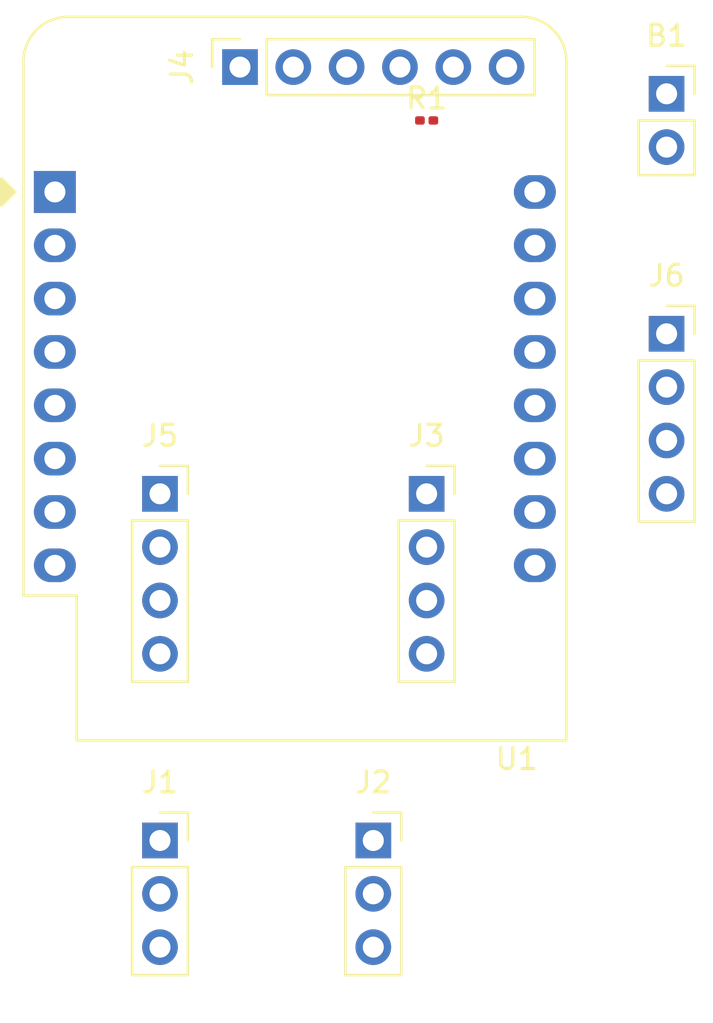
<source format=kicad_pcb>
(kicad_pcb (version 20171130) (host pcbnew "(5.1.6)-1")

  (general
    (thickness 1.6)
    (drawings 0)
    (tracks 0)
    (zones 0)
    (modules 9)
    (nets 16)
  )

  (page A4)
  (layers
    (0 F.Cu signal)
    (31 B.Cu signal)
    (32 B.Adhes user)
    (33 F.Adhes user)
    (34 B.Paste user)
    (35 F.Paste user)
    (36 B.SilkS user)
    (37 F.SilkS user)
    (38 B.Mask user)
    (39 F.Mask user)
    (40 Dwgs.User user hide)
    (41 Cmts.User user hide)
    (42 Eco1.User user)
    (43 Eco2.User user)
    (44 Edge.Cuts user)
    (45 Margin user)
    (46 B.CrtYd user)
    (47 F.CrtYd user)
    (48 B.Fab user)
    (49 F.Fab user)
  )

  (setup
    (last_trace_width 0.25)
    (trace_clearance 0.2)
    (zone_clearance 0.508)
    (zone_45_only no)
    (trace_min 0.2)
    (via_size 0.8)
    (via_drill 0.4)
    (via_min_size 0.4)
    (via_min_drill 0.3)
    (uvia_size 0.3)
    (uvia_drill 0.1)
    (uvias_allowed no)
    (uvia_min_size 0.2)
    (uvia_min_drill 0.1)
    (edge_width 0.05)
    (segment_width 0.2)
    (pcb_text_width 0.3)
    (pcb_text_size 1.5 1.5)
    (mod_edge_width 0.12)
    (mod_text_size 1 1)
    (mod_text_width 0.15)
    (pad_size 1.524 1.524)
    (pad_drill 0.762)
    (pad_to_mask_clearance 0.05)
    (aux_axis_origin 0 0)
    (visible_elements 7FFFFFFF)
    (pcbplotparams
      (layerselection 0x010fc_ffffffff)
      (usegerberextensions false)
      (usegerberattributes true)
      (usegerberadvancedattributes true)
      (creategerberjobfile true)
      (excludeedgelayer true)
      (linewidth 0.100000)
      (plotframeref false)
      (viasonmask false)
      (mode 1)
      (useauxorigin false)
      (hpglpennumber 1)
      (hpglpenspeed 20)
      (hpglpendiameter 15.000000)
      (psnegative false)
      (psa4output false)
      (plotreference true)
      (plotvalue true)
      (plotinvisibletext false)
      (padsonsilk false)
      (subtractmaskfromsilk false)
      (outputformat 1)
      (mirror false)
      (drillshape 1)
      (scaleselection 1)
      (outputdirectory ""))
  )

  (net 0 "")
  (net 1 5V)
  (net 2 GND)
  (net 3 3V3)
  (net 4 A0)
  (net 5 D0)
  (net 6 SCL)
  (net 7 SDA)
  (net 8 CS)
  (net 9 MOSI)
  (net 10 CLK)
  (net 11 MISO)
  (net 12 D3)
  (net 13 D4)
  (net 14 RX)
  (net 15 TX)

  (net_class Default "This is the default net class."
    (clearance 0.2)
    (trace_width 0.25)
    (via_dia 0.8)
    (via_drill 0.4)
    (uvia_dia 0.3)
    (uvia_drill 0.1)
    (add_net 3V3)
    (add_net 5V)
    (add_net A0)
    (add_net CLK)
    (add_net CS)
    (add_net D0)
    (add_net D3)
    (add_net D4)
    (add_net GND)
    (add_net MISO)
    (add_net MOSI)
    (add_net RX)
    (add_net SCL)
    (add_net SDA)
    (add_net TX)
  )

  (module Resistor_SMD:R_0201_0603Metric (layer F.Cu) (tedit 5B301BBD) (tstamp 5F3BE4B9)
    (at 194.31 114.3)
    (descr "Resistor SMD 0201 (0603 Metric), square (rectangular) end terminal, IPC_7351 nominal, (Body size source: https://www.vishay.com/docs/20052/crcw0201e3.pdf), generated with kicad-footprint-generator")
    (tags resistor)
    (path /5F3B9579)
    (attr smd)
    (fp_text reference R1 (at 0 -1.05) (layer F.SilkS)
      (effects (font (size 1 1) (thickness 0.15)))
    )
    (fp_text value 10k (at 0 1.05) (layer F.Fab)
      (effects (font (size 1 1) (thickness 0.15)))
    )
    (fp_line (start 0.7 0.35) (end -0.7 0.35) (layer F.CrtYd) (width 0.05))
    (fp_line (start 0.7 -0.35) (end 0.7 0.35) (layer F.CrtYd) (width 0.05))
    (fp_line (start -0.7 -0.35) (end 0.7 -0.35) (layer F.CrtYd) (width 0.05))
    (fp_line (start -0.7 0.35) (end -0.7 -0.35) (layer F.CrtYd) (width 0.05))
    (fp_line (start 0.3 0.15) (end -0.3 0.15) (layer F.Fab) (width 0.1))
    (fp_line (start 0.3 -0.15) (end 0.3 0.15) (layer F.Fab) (width 0.1))
    (fp_line (start -0.3 -0.15) (end 0.3 -0.15) (layer F.Fab) (width 0.1))
    (fp_line (start -0.3 0.15) (end -0.3 -0.15) (layer F.Fab) (width 0.1))
    (fp_text user %R (at 0 -0.68) (layer F.Fab)
      (effects (font (size 0.25 0.25) (thickness 0.04)))
    )
    (pad 2 smd roundrect (at 0.32 0) (size 0.46 0.4) (layers F.Cu F.Mask) (roundrect_rratio 0.25)
      (net 11 MISO))
    (pad 1 smd roundrect (at -0.32 0) (size 0.46 0.4) (layers F.Cu F.Mask) (roundrect_rratio 0.25)
      (net 3 3V3))
    (pad "" smd roundrect (at 0.345 0) (size 0.318 0.36) (layers F.Paste) (roundrect_rratio 0.25))
    (pad "" smd roundrect (at -0.345 0) (size 0.318 0.36) (layers F.Paste) (roundrect_rratio 0.25))
    (model ${KISYS3DMOD}/Resistor_SMD.3dshapes/R_0201_0603Metric.wrl
      (at (xyz 0 0 0))
      (scale (xyz 1 1 1))
      (rotate (xyz 0 0 0))
    )
  )

  (module Connector_PinSocket_2.54mm:PinSocket_1x04_P2.54mm_Vertical (layer F.Cu) (tedit 5A19A429) (tstamp 5F3BE4A8)
    (at 205.74 124.46)
    (descr "Through hole straight socket strip, 1x04, 2.54mm pitch, single row (from Kicad 4.0.7), script generated")
    (tags "Through hole socket strip THT 1x04 2.54mm single row")
    (path /5F3AE78D)
    (fp_text reference J6 (at 0 -2.77) (layer F.SilkS)
      (effects (font (size 1 1) (thickness 0.15)))
    )
    (fp_text value Radio (at 0 10.39) (layer F.Fab)
      (effects (font (size 1 1) (thickness 0.15)))
    )
    (fp_line (start -1.8 9.4) (end -1.8 -1.8) (layer F.CrtYd) (width 0.05))
    (fp_line (start 1.75 9.4) (end -1.8 9.4) (layer F.CrtYd) (width 0.05))
    (fp_line (start 1.75 -1.8) (end 1.75 9.4) (layer F.CrtYd) (width 0.05))
    (fp_line (start -1.8 -1.8) (end 1.75 -1.8) (layer F.CrtYd) (width 0.05))
    (fp_line (start 0 -1.33) (end 1.33 -1.33) (layer F.SilkS) (width 0.12))
    (fp_line (start 1.33 -1.33) (end 1.33 0) (layer F.SilkS) (width 0.12))
    (fp_line (start 1.33 1.27) (end 1.33 8.95) (layer F.SilkS) (width 0.12))
    (fp_line (start -1.33 8.95) (end 1.33 8.95) (layer F.SilkS) (width 0.12))
    (fp_line (start -1.33 1.27) (end -1.33 8.95) (layer F.SilkS) (width 0.12))
    (fp_line (start -1.33 1.27) (end 1.33 1.27) (layer F.SilkS) (width 0.12))
    (fp_line (start -1.27 8.89) (end -1.27 -1.27) (layer F.Fab) (width 0.1))
    (fp_line (start 1.27 8.89) (end -1.27 8.89) (layer F.Fab) (width 0.1))
    (fp_line (start 1.27 -0.635) (end 1.27 8.89) (layer F.Fab) (width 0.1))
    (fp_line (start 0.635 -1.27) (end 1.27 -0.635) (layer F.Fab) (width 0.1))
    (fp_line (start -1.27 -1.27) (end 0.635 -1.27) (layer F.Fab) (width 0.1))
    (fp_text user %R (at 0 3.81 90) (layer F.Fab)
      (effects (font (size 1 1) (thickness 0.15)))
    )
    (pad 4 thru_hole oval (at 0 7.62) (size 1.7 1.7) (drill 1) (layers *.Cu *.Mask)
      (net 14 RX))
    (pad 3 thru_hole oval (at 0 5.08) (size 1.7 1.7) (drill 1) (layers *.Cu *.Mask)
      (net 15 TX))
    (pad 2 thru_hole oval (at 0 2.54) (size 1.7 1.7) (drill 1) (layers *.Cu *.Mask)
      (net 3 3V3))
    (pad 1 thru_hole rect (at 0 0) (size 1.7 1.7) (drill 1) (layers *.Cu *.Mask)
      (net 2 GND))
    (model ${KISYS3DMOD}/Connector_PinSocket_2.54mm.3dshapes/PinSocket_1x04_P2.54mm_Vertical.wrl
      (at (xyz 0 0 0))
      (scale (xyz 1 1 1))
      (rotate (xyz 0 0 0))
    )
  )

  (module Connector_PinSocket_2.54mm:PinSocket_1x02_P2.54mm_Vertical (layer F.Cu) (tedit 5A19A420) (tstamp 5F3BE3AA)
    (at 205.74 113.03)
    (descr "Through hole straight socket strip, 1x02, 2.54mm pitch, single row (from Kicad 4.0.7), script generated")
    (tags "Through hole socket strip THT 1x02 2.54mm single row")
    (path /5F31A8A9)
    (fp_text reference B1 (at 0 -2.77) (layer F.SilkS)
      (effects (font (size 1 1) (thickness 0.15)))
    )
    (fp_text value 5V (at 0 5.31) (layer F.Fab)
      (effects (font (size 1 1) (thickness 0.15)))
    )
    (fp_line (start -1.8 4.3) (end -1.8 -1.8) (layer F.CrtYd) (width 0.05))
    (fp_line (start 1.75 4.3) (end -1.8 4.3) (layer F.CrtYd) (width 0.05))
    (fp_line (start 1.75 -1.8) (end 1.75 4.3) (layer F.CrtYd) (width 0.05))
    (fp_line (start -1.8 -1.8) (end 1.75 -1.8) (layer F.CrtYd) (width 0.05))
    (fp_line (start 0 -1.33) (end 1.33 -1.33) (layer F.SilkS) (width 0.12))
    (fp_line (start 1.33 -1.33) (end 1.33 0) (layer F.SilkS) (width 0.12))
    (fp_line (start 1.33 1.27) (end 1.33 3.87) (layer F.SilkS) (width 0.12))
    (fp_line (start -1.33 3.87) (end 1.33 3.87) (layer F.SilkS) (width 0.12))
    (fp_line (start -1.33 1.27) (end -1.33 3.87) (layer F.SilkS) (width 0.12))
    (fp_line (start -1.33 1.27) (end 1.33 1.27) (layer F.SilkS) (width 0.12))
    (fp_line (start -1.27 3.81) (end -1.27 -1.27) (layer F.Fab) (width 0.1))
    (fp_line (start 1.27 3.81) (end -1.27 3.81) (layer F.Fab) (width 0.1))
    (fp_line (start 1.27 -0.635) (end 1.27 3.81) (layer F.Fab) (width 0.1))
    (fp_line (start 0.635 -1.27) (end 1.27 -0.635) (layer F.Fab) (width 0.1))
    (fp_line (start -1.27 -1.27) (end 0.635 -1.27) (layer F.Fab) (width 0.1))
    (fp_text user %R (at 0 1.27 90) (layer F.Fab)
      (effects (font (size 1 1) (thickness 0.15)))
    )
    (pad 2 thru_hole oval (at 0 2.54) (size 1.7 1.7) (drill 1) (layers *.Cu *.Mask)
      (net 2 GND))
    (pad 1 thru_hole rect (at 0 0) (size 1.7 1.7) (drill 1) (layers *.Cu *.Mask)
      (net 1 5V))
    (model ${KISYS3DMOD}/Connector_PinSocket_2.54mm.3dshapes/PinSocket_1x02_P2.54mm_Vertical.wrl
      (at (xyz 0 0 0))
      (scale (xyz 1 1 1))
      (rotate (xyz 0 0 0))
    )
  )

  (module Connector_PinSocket_2.54mm:PinSocket_1x03_P2.54mm_Vertical (layer F.Cu) (tedit 5A19A429) (tstamp 5F323A72)
    (at 181.61 148.59)
    (descr "Through hole straight socket strip, 1x03, 2.54mm pitch, single row (from Kicad 4.0.7), script generated")
    (tags "Through hole socket strip THT 1x03 2.54mm single row")
    (path /5F3230C4)
    (fp_text reference J1 (at 0 -2.77) (layer F.SilkS)
      (effects (font (size 1 1) (thickness 0.15)))
    )
    (fp_text value "Spare 1" (at 0 7.85) (layer F.Fab)
      (effects (font (size 1 1) (thickness 0.15)))
    )
    (fp_line (start -1.27 -1.27) (end 0.635 -1.27) (layer F.Fab) (width 0.1))
    (fp_line (start 0.635 -1.27) (end 1.27 -0.635) (layer F.Fab) (width 0.1))
    (fp_line (start 1.27 -0.635) (end 1.27 6.35) (layer F.Fab) (width 0.1))
    (fp_line (start 1.27 6.35) (end -1.27 6.35) (layer F.Fab) (width 0.1))
    (fp_line (start -1.27 6.35) (end -1.27 -1.27) (layer F.Fab) (width 0.1))
    (fp_line (start -1.33 1.27) (end 1.33 1.27) (layer F.SilkS) (width 0.12))
    (fp_line (start -1.33 1.27) (end -1.33 6.41) (layer F.SilkS) (width 0.12))
    (fp_line (start -1.33 6.41) (end 1.33 6.41) (layer F.SilkS) (width 0.12))
    (fp_line (start 1.33 1.27) (end 1.33 6.41) (layer F.SilkS) (width 0.12))
    (fp_line (start 1.33 -1.33) (end 1.33 0) (layer F.SilkS) (width 0.12))
    (fp_line (start 0 -1.33) (end 1.33 -1.33) (layer F.SilkS) (width 0.12))
    (fp_line (start -1.8 -1.8) (end 1.75 -1.8) (layer F.CrtYd) (width 0.05))
    (fp_line (start 1.75 -1.8) (end 1.75 6.85) (layer F.CrtYd) (width 0.05))
    (fp_line (start 1.75 6.85) (end -1.8 6.85) (layer F.CrtYd) (width 0.05))
    (fp_line (start -1.8 6.85) (end -1.8 -1.8) (layer F.CrtYd) (width 0.05))
    (fp_text user %R (at 0 2.54 90) (layer F.Fab)
      (effects (font (size 1 1) (thickness 0.15)))
    )
    (pad 1 thru_hole rect (at 0 0) (size 1.7 1.7) (drill 1) (layers *.Cu *.Mask)
      (net 3 3V3))
    (pad 2 thru_hole oval (at 0 2.54) (size 1.7 1.7) (drill 1) (layers *.Cu *.Mask)
      (net 2 GND))
    (pad 3 thru_hole oval (at 0 5.08) (size 1.7 1.7) (drill 1) (layers *.Cu *.Mask)
      (net 4 A0))
    (model ${KISYS3DMOD}/Connector_PinSocket_2.54mm.3dshapes/PinSocket_1x03_P2.54mm_Vertical.wrl
      (at (xyz 0 0 0))
      (scale (xyz 1 1 1))
      (rotate (xyz 0 0 0))
    )
  )

  (module Connector_PinSocket_2.54mm:PinSocket_1x03_P2.54mm_Vertical (layer F.Cu) (tedit 5A19A429) (tstamp 5F323A89)
    (at 191.77 148.59)
    (descr "Through hole straight socket strip, 1x03, 2.54mm pitch, single row (from Kicad 4.0.7), script generated")
    (tags "Through hole socket strip THT 1x03 2.54mm single row")
    (path /5F322635)
    (fp_text reference J2 (at 0 -2.77) (layer F.SilkS)
      (effects (font (size 1 1) (thickness 0.15)))
    )
    (fp_text value "Spare 2" (at 0 7.85) (layer F.Fab)
      (effects (font (size 1 1) (thickness 0.15)))
    )
    (fp_line (start -1.8 6.85) (end -1.8 -1.8) (layer F.CrtYd) (width 0.05))
    (fp_line (start 1.75 6.85) (end -1.8 6.85) (layer F.CrtYd) (width 0.05))
    (fp_line (start 1.75 -1.8) (end 1.75 6.85) (layer F.CrtYd) (width 0.05))
    (fp_line (start -1.8 -1.8) (end 1.75 -1.8) (layer F.CrtYd) (width 0.05))
    (fp_line (start 0 -1.33) (end 1.33 -1.33) (layer F.SilkS) (width 0.12))
    (fp_line (start 1.33 -1.33) (end 1.33 0) (layer F.SilkS) (width 0.12))
    (fp_line (start 1.33 1.27) (end 1.33 6.41) (layer F.SilkS) (width 0.12))
    (fp_line (start -1.33 6.41) (end 1.33 6.41) (layer F.SilkS) (width 0.12))
    (fp_line (start -1.33 1.27) (end -1.33 6.41) (layer F.SilkS) (width 0.12))
    (fp_line (start -1.33 1.27) (end 1.33 1.27) (layer F.SilkS) (width 0.12))
    (fp_line (start -1.27 6.35) (end -1.27 -1.27) (layer F.Fab) (width 0.1))
    (fp_line (start 1.27 6.35) (end -1.27 6.35) (layer F.Fab) (width 0.1))
    (fp_line (start 1.27 -0.635) (end 1.27 6.35) (layer F.Fab) (width 0.1))
    (fp_line (start 0.635 -1.27) (end 1.27 -0.635) (layer F.Fab) (width 0.1))
    (fp_line (start -1.27 -1.27) (end 0.635 -1.27) (layer F.Fab) (width 0.1))
    (fp_text user %R (at 0 2.54 90) (layer F.Fab)
      (effects (font (size 1 1) (thickness 0.15)))
    )
    (pad 3 thru_hole oval (at 0 5.08) (size 1.7 1.7) (drill 1) (layers *.Cu *.Mask)
      (net 5 D0))
    (pad 2 thru_hole oval (at 0 2.54) (size 1.7 1.7) (drill 1) (layers *.Cu *.Mask)
      (net 2 GND))
    (pad 1 thru_hole rect (at 0 0) (size 1.7 1.7) (drill 1) (layers *.Cu *.Mask)
      (net 3 3V3))
    (model ${KISYS3DMOD}/Connector_PinSocket_2.54mm.3dshapes/PinSocket_1x03_P2.54mm_Vertical.wrl
      (at (xyz 0 0 0))
      (scale (xyz 1 1 1))
      (rotate (xyz 0 0 0))
    )
  )

  (module Connector_PinSocket_2.54mm:PinSocket_1x04_P2.54mm_Vertical (layer F.Cu) (tedit 5A19A429) (tstamp 5F323AA1)
    (at 194.31 132.08)
    (descr "Through hole straight socket strip, 1x04, 2.54mm pitch, single row (from Kicad 4.0.7), script generated")
    (tags "Through hole socket strip THT 1x04 2.54mm single row")
    (path /5F31F299)
    (fp_text reference J3 (at 0 -2.77) (layer F.SilkS)
      (effects (font (size 1 1) (thickness 0.15)))
    )
    (fp_text value OLED (at 0 10.39) (layer F.Fab)
      (effects (font (size 1 1) (thickness 0.15)))
    )
    (fp_line (start -1.27 -1.27) (end 0.635 -1.27) (layer F.Fab) (width 0.1))
    (fp_line (start 0.635 -1.27) (end 1.27 -0.635) (layer F.Fab) (width 0.1))
    (fp_line (start 1.27 -0.635) (end 1.27 8.89) (layer F.Fab) (width 0.1))
    (fp_line (start 1.27 8.89) (end -1.27 8.89) (layer F.Fab) (width 0.1))
    (fp_line (start -1.27 8.89) (end -1.27 -1.27) (layer F.Fab) (width 0.1))
    (fp_line (start -1.33 1.27) (end 1.33 1.27) (layer F.SilkS) (width 0.12))
    (fp_line (start -1.33 1.27) (end -1.33 8.95) (layer F.SilkS) (width 0.12))
    (fp_line (start -1.33 8.95) (end 1.33 8.95) (layer F.SilkS) (width 0.12))
    (fp_line (start 1.33 1.27) (end 1.33 8.95) (layer F.SilkS) (width 0.12))
    (fp_line (start 1.33 -1.33) (end 1.33 0) (layer F.SilkS) (width 0.12))
    (fp_line (start 0 -1.33) (end 1.33 -1.33) (layer F.SilkS) (width 0.12))
    (fp_line (start -1.8 -1.8) (end 1.75 -1.8) (layer F.CrtYd) (width 0.05))
    (fp_line (start 1.75 -1.8) (end 1.75 9.4) (layer F.CrtYd) (width 0.05))
    (fp_line (start 1.75 9.4) (end -1.8 9.4) (layer F.CrtYd) (width 0.05))
    (fp_line (start -1.8 9.4) (end -1.8 -1.8) (layer F.CrtYd) (width 0.05))
    (fp_text user %R (at 0 3.81 90) (layer F.Fab)
      (effects (font (size 1 1) (thickness 0.15)))
    )
    (pad 1 thru_hole rect (at 0 0) (size 1.7 1.7) (drill 1) (layers *.Cu *.Mask)
      (net 2 GND))
    (pad 2 thru_hole oval (at 0 2.54) (size 1.7 1.7) (drill 1) (layers *.Cu *.Mask)
      (net 3 3V3))
    (pad 3 thru_hole oval (at 0 5.08) (size 1.7 1.7) (drill 1) (layers *.Cu *.Mask)
      (net 6 SCL))
    (pad 4 thru_hole oval (at 0 7.62) (size 1.7 1.7) (drill 1) (layers *.Cu *.Mask)
      (net 7 SDA))
    (model ${KISYS3DMOD}/Connector_PinSocket_2.54mm.3dshapes/PinSocket_1x04_P2.54mm_Vertical.wrl
      (at (xyz 0 0 0))
      (scale (xyz 1 1 1))
      (rotate (xyz 0 0 0))
    )
  )

  (module Connector_PinSocket_2.54mm:PinSocket_1x06_P2.54mm_Vertical (layer F.Cu) (tedit 5A19A430) (tstamp 5F323ABB)
    (at 185.42 111.76 90)
    (descr "Through hole straight socket strip, 1x06, 2.54mm pitch, single row (from Kicad 4.0.7), script generated")
    (tags "Through hole socket strip THT 1x06 2.54mm single row")
    (path /5F31DE3A)
    (fp_text reference J4 (at 0 -2.77 90) (layer F.SilkS)
      (effects (font (size 1 1) (thickness 0.15)))
    )
    (fp_text value "SD Card" (at 0 15.47 90) (layer F.Fab)
      (effects (font (size 1 1) (thickness 0.15)))
    )
    (fp_line (start -1.27 -1.27) (end 0.635 -1.27) (layer F.Fab) (width 0.1))
    (fp_line (start 0.635 -1.27) (end 1.27 -0.635) (layer F.Fab) (width 0.1))
    (fp_line (start 1.27 -0.635) (end 1.27 13.97) (layer F.Fab) (width 0.1))
    (fp_line (start 1.27 13.97) (end -1.27 13.97) (layer F.Fab) (width 0.1))
    (fp_line (start -1.27 13.97) (end -1.27 -1.27) (layer F.Fab) (width 0.1))
    (fp_line (start -1.33 1.27) (end 1.33 1.27) (layer F.SilkS) (width 0.12))
    (fp_line (start -1.33 1.27) (end -1.33 14.03) (layer F.SilkS) (width 0.12))
    (fp_line (start -1.33 14.03) (end 1.33 14.03) (layer F.SilkS) (width 0.12))
    (fp_line (start 1.33 1.27) (end 1.33 14.03) (layer F.SilkS) (width 0.12))
    (fp_line (start 1.33 -1.33) (end 1.33 0) (layer F.SilkS) (width 0.12))
    (fp_line (start 0 -1.33) (end 1.33 -1.33) (layer F.SilkS) (width 0.12))
    (fp_line (start -1.8 -1.8) (end 1.75 -1.8) (layer F.CrtYd) (width 0.05))
    (fp_line (start 1.75 -1.8) (end 1.75 14.45) (layer F.CrtYd) (width 0.05))
    (fp_line (start 1.75 14.45) (end -1.8 14.45) (layer F.CrtYd) (width 0.05))
    (fp_line (start -1.8 14.45) (end -1.8 -1.8) (layer F.CrtYd) (width 0.05))
    (fp_text user %R (at 0 6.35) (layer F.Fab)
      (effects (font (size 1 1) (thickness 0.15)))
    )
    (pad 1 thru_hole rect (at 0 0 90) (size 1.7 1.7) (drill 1) (layers *.Cu *.Mask)
      (net 3 3V3))
    (pad 2 thru_hole oval (at 0 2.54 90) (size 1.7 1.7) (drill 1) (layers *.Cu *.Mask)
      (net 8 CS))
    (pad 3 thru_hole oval (at 0 5.08 90) (size 1.7 1.7) (drill 1) (layers *.Cu *.Mask)
      (net 9 MOSI))
    (pad 4 thru_hole oval (at 0 7.62 90) (size 1.7 1.7) (drill 1) (layers *.Cu *.Mask)
      (net 10 CLK))
    (pad 5 thru_hole oval (at 0 10.16 90) (size 1.7 1.7) (drill 1) (layers *.Cu *.Mask)
      (net 11 MISO))
    (pad 6 thru_hole oval (at 0 12.7 90) (size 1.7 1.7) (drill 1) (layers *.Cu *.Mask)
      (net 2 GND))
    (model ${KISYS3DMOD}/Connector_PinSocket_2.54mm.3dshapes/PinSocket_1x06_P2.54mm_Vertical.wrl
      (at (xyz 0 0 0))
      (scale (xyz 1 1 1))
      (rotate (xyz 0 0 0))
    )
  )

  (module Connector_PinSocket_2.54mm:PinSocket_1x04_P2.54mm_Vertical (layer F.Cu) (tedit 5A19A429) (tstamp 5F323AD3)
    (at 181.61 132.08)
    (descr "Through hole straight socket strip, 1x04, 2.54mm pitch, single row (from Kicad 4.0.7), script generated")
    (tags "Through hole socket strip THT 1x04 2.54mm single row")
    (path /5F321884)
    (fp_text reference J5 (at 0 -2.77) (layer F.SilkS)
      (effects (font (size 1 1) (thickness 0.15)))
    )
    (fp_text value GPS (at 0 10.39) (layer F.Fab)
      (effects (font (size 1 1) (thickness 0.15)))
    )
    (fp_line (start -1.8 9.4) (end -1.8 -1.8) (layer F.CrtYd) (width 0.05))
    (fp_line (start 1.75 9.4) (end -1.8 9.4) (layer F.CrtYd) (width 0.05))
    (fp_line (start 1.75 -1.8) (end 1.75 9.4) (layer F.CrtYd) (width 0.05))
    (fp_line (start -1.8 -1.8) (end 1.75 -1.8) (layer F.CrtYd) (width 0.05))
    (fp_line (start 0 -1.33) (end 1.33 -1.33) (layer F.SilkS) (width 0.12))
    (fp_line (start 1.33 -1.33) (end 1.33 0) (layer F.SilkS) (width 0.12))
    (fp_line (start 1.33 1.27) (end 1.33 8.95) (layer F.SilkS) (width 0.12))
    (fp_line (start -1.33 8.95) (end 1.33 8.95) (layer F.SilkS) (width 0.12))
    (fp_line (start -1.33 1.27) (end -1.33 8.95) (layer F.SilkS) (width 0.12))
    (fp_line (start -1.33 1.27) (end 1.33 1.27) (layer F.SilkS) (width 0.12))
    (fp_line (start -1.27 8.89) (end -1.27 -1.27) (layer F.Fab) (width 0.1))
    (fp_line (start 1.27 8.89) (end -1.27 8.89) (layer F.Fab) (width 0.1))
    (fp_line (start 1.27 -0.635) (end 1.27 8.89) (layer F.Fab) (width 0.1))
    (fp_line (start 0.635 -1.27) (end 1.27 -0.635) (layer F.Fab) (width 0.1))
    (fp_line (start -1.27 -1.27) (end 0.635 -1.27) (layer F.Fab) (width 0.1))
    (fp_text user %R (at 0 3.81 90) (layer F.Fab)
      (effects (font (size 1 1) (thickness 0.15)))
    )
    (pad 4 thru_hole oval (at 0 7.62) (size 1.7 1.7) (drill 1) (layers *.Cu *.Mask)
      (net 3 3V3))
    (pad 3 thru_hole oval (at 0 5.08) (size 1.7 1.7) (drill 1) (layers *.Cu *.Mask)
      (net 12 D3))
    (pad 2 thru_hole oval (at 0 2.54) (size 1.7 1.7) (drill 1) (layers *.Cu *.Mask)
      (net 13 D4))
    (pad 1 thru_hole rect (at 0 0) (size 1.7 1.7) (drill 1) (layers *.Cu *.Mask)
      (net 2 GND))
    (model ${KISYS3DMOD}/Connector_PinSocket_2.54mm.3dshapes/PinSocket_1x04_P2.54mm_Vertical.wrl
      (at (xyz 0 0 0))
      (scale (xyz 1 1 1))
      (rotate (xyz 0 0 0))
    )
  )

  (module Module:WEMOS_D1_mini_light (layer F.Cu) (tedit 5BBFB1CE) (tstamp 5F323B16)
    (at 176.605001 117.705001)
    (descr "16-pin module, column spacing 22.86 mm (900 mils), https://wiki.wemos.cc/products:d1:d1_mini, https://c1.staticflickr.com/1/734/31400410271_f278b087db_z.jpg")
    (tags "ESP8266 WiFi microcontroller")
    (path /5F31691B)
    (fp_text reference U1 (at 22 27) (layer F.SilkS)
      (effects (font (size 1 1) (thickness 0.15)))
    )
    (fp_text value WeMos_D1_mini (at 11.7 0) (layer F.Fab)
      (effects (font (size 1 1) (thickness 0.15)))
    )
    (fp_line (start 1.04 26.12) (end 24.36 26.12) (layer F.SilkS) (width 0.12))
    (fp_line (start -1.5 19.22) (end -1.5 -6.21) (layer F.SilkS) (width 0.12))
    (fp_line (start 24.36 26.12) (end 24.36 -6.21) (layer F.SilkS) (width 0.12))
    (fp_line (start 22.24 -8.34) (end 0.63 -8.34) (layer F.SilkS) (width 0.12))
    (fp_line (start 1.17 25.99) (end 24.23 25.99) (layer F.Fab) (width 0.1))
    (fp_line (start 24.23 25.99) (end 24.23 -6.21) (layer F.Fab) (width 0.1))
    (fp_line (start 22.23 -8.21) (end 0.63 -8.21) (layer F.Fab) (width 0.1))
    (fp_line (start -1.37 1) (end -1.37 19.09) (layer F.Fab) (width 0.1))
    (fp_line (start -1.62 -8.46) (end 24.48 -8.46) (layer F.CrtYd) (width 0.05))
    (fp_line (start 24.48 -8.41) (end 24.48 26.24) (layer F.CrtYd) (width 0.05))
    (fp_line (start 24.48 26.24) (end -1.62 26.24) (layer F.CrtYd) (width 0.05))
    (fp_line (start -1.62 26.24) (end -1.62 -8.46) (layer F.CrtYd) (width 0.05))
    (fp_poly (pts (xy -2.54 -0.635) (xy -2.54 0.635) (xy -1.905 0)) (layer F.SilkS) (width 0.15))
    (fp_line (start -1.35 -1.4) (end 24.25 -1.4) (layer Dwgs.User) (width 0.1))
    (fp_line (start 24.25 -1.4) (end 24.25 -8.2) (layer Dwgs.User) (width 0.1))
    (fp_line (start 24.25 -8.2) (end -1.35 -8.2) (layer Dwgs.User) (width 0.1))
    (fp_line (start -1.35 -8.2) (end -1.35 -1.4) (layer Dwgs.User) (width 0.1))
    (fp_line (start -1.35 -1.4) (end 5.45 -8.2) (layer Dwgs.User) (width 0.1))
    (fp_line (start 0.65 -1.4) (end 7.45 -8.2) (layer Dwgs.User) (width 0.1))
    (fp_line (start 2.65 -1.4) (end 9.45 -8.2) (layer Dwgs.User) (width 0.1))
    (fp_line (start 4.65 -1.4) (end 11.45 -8.2) (layer Dwgs.User) (width 0.1))
    (fp_line (start 6.65 -1.4) (end 13.45 -8.2) (layer Dwgs.User) (width 0.1))
    (fp_line (start 8.65 -1.4) (end 15.45 -8.2) (layer Dwgs.User) (width 0.1))
    (fp_line (start 10.65 -1.4) (end 17.45 -8.2) (layer Dwgs.User) (width 0.1))
    (fp_line (start 12.65 -1.4) (end 19.45 -8.2) (layer Dwgs.User) (width 0.1))
    (fp_line (start 14.65 -1.4) (end 21.45 -8.2) (layer Dwgs.User) (width 0.1))
    (fp_line (start 16.65 -1.4) (end 23.45 -8.2) (layer Dwgs.User) (width 0.1))
    (fp_line (start 18.65 -1.4) (end 24.25 -7) (layer Dwgs.User) (width 0.1))
    (fp_line (start 20.65 -1.4) (end 24.25 -5) (layer Dwgs.User) (width 0.1))
    (fp_line (start 22.65 -1.4) (end 24.25 -3) (layer Dwgs.User) (width 0.1))
    (fp_line (start -1.35 -3.4) (end 3.45 -8.2) (layer Dwgs.User) (width 0.1))
    (fp_line (start -1.3 -5.45) (end 1.45 -8.2) (layer Dwgs.User) (width 0.1))
    (fp_line (start -1.35 -7.4) (end -0.55 -8.2) (layer Dwgs.User) (width 0.1))
    (fp_line (start -1.37 19.09) (end 1.17 19.09) (layer F.Fab) (width 0.1))
    (fp_line (start 1.17 19.09) (end 1.17 25.99) (layer F.Fab) (width 0.1))
    (fp_line (start -1.37 -6.21) (end -1.37 -1) (layer F.Fab) (width 0.1))
    (fp_line (start -1.37 1) (end -0.37 0) (layer F.Fab) (width 0.1))
    (fp_line (start -0.37 0) (end -1.37 -1) (layer F.Fab) (width 0.1))
    (fp_line (start -1.5 19.22) (end 1.04 19.22) (layer F.SilkS) (width 0.12))
    (fp_line (start 1.04 19.22) (end 1.04 26.12) (layer F.SilkS) (width 0.12))
    (fp_text user %R (at 11.43 10) (layer F.Fab)
      (effects (font (size 1 1) (thickness 0.15)))
    )
    (fp_arc (start 0.63 -6.21) (end 0.63 -8.21) (angle -90) (layer F.Fab) (width 0.1))
    (fp_arc (start 22.23 -6.21) (end 24.23 -6.19) (angle -90) (layer F.Fab) (width 0.1))
    (fp_arc (start 0.63 -6.21) (end 0.63 -8.34) (angle -90) (layer F.SilkS) (width 0.12))
    (fp_arc (start 22.23 -6.21) (end 24.36 -6.21) (angle -90) (layer F.SilkS) (width 0.12))
    (fp_text user "KEEP OUT" (at 11.43 -6.35) (layer Cmts.User)
      (effects (font (size 1 1) (thickness 0.15)))
    )
    (fp_text user "No copper" (at 11.43 -3.81) (layer Cmts.User)
      (effects (font (size 1 1) (thickness 0.15)))
    )
    (pad 2 thru_hole oval (at 0 2.54) (size 2 1.6) (drill 1) (layers *.Cu *.Mask)
      (net 4 A0))
    (pad 1 thru_hole rect (at 0 0) (size 2 2) (drill 1) (layers *.Cu *.Mask))
    (pad 3 thru_hole oval (at 0 5.08) (size 2 1.6) (drill 1) (layers *.Cu *.Mask)
      (net 5 D0))
    (pad 4 thru_hole oval (at 0 7.62) (size 2 1.6) (drill 1) (layers *.Cu *.Mask)
      (net 10 CLK))
    (pad 5 thru_hole oval (at 0 10.16) (size 2 1.6) (drill 1) (layers *.Cu *.Mask)
      (net 11 MISO))
    (pad 6 thru_hole oval (at 0 12.7) (size 2 1.6) (drill 1) (layers *.Cu *.Mask)
      (net 9 MOSI))
    (pad 7 thru_hole oval (at 0 15.24) (size 2 1.6) (drill 1) (layers *.Cu *.Mask)
      (net 8 CS))
    (pad 8 thru_hole oval (at 0 17.78) (size 2 1.6) (drill 1) (layers *.Cu *.Mask)
      (net 3 3V3))
    (pad 9 thru_hole oval (at 22.86 17.78) (size 2 1.6) (drill 1) (layers *.Cu *.Mask)
      (net 1 5V))
    (pad 10 thru_hole oval (at 22.86 15.24) (size 2 1.6) (drill 1) (layers *.Cu *.Mask)
      (net 2 GND))
    (pad 11 thru_hole oval (at 22.86 12.7) (size 2 1.6) (drill 1) (layers *.Cu *.Mask)
      (net 13 D4))
    (pad 12 thru_hole oval (at 22.86 10.16) (size 2 1.6) (drill 1) (layers *.Cu *.Mask)
      (net 12 D3))
    (pad 13 thru_hole oval (at 22.86 7.62) (size 2 1.6) (drill 1) (layers *.Cu *.Mask)
      (net 7 SDA))
    (pad 14 thru_hole oval (at 22.86 5.08) (size 2 1.6) (drill 1) (layers *.Cu *.Mask)
      (net 6 SCL))
    (pad 15 thru_hole oval (at 22.86 2.54) (size 2 1.6) (drill 1) (layers *.Cu *.Mask)
      (net 14 RX))
    (pad 16 thru_hole oval (at 22.86 0) (size 2 1.6) (drill 1) (layers *.Cu *.Mask)
      (net 15 TX))
    (model ${KISYS3DMOD}/Module.3dshapes/WEMOS_D1_mini_light.wrl
      (at (xyz 0 0 0))
      (scale (xyz 1 1 1))
      (rotate (xyz 0 0 0))
    )
    (model ${KISYS3DMOD}/Connector_PinHeader_2.54mm.3dshapes/PinHeader_1x08_P2.54mm_Vertical.wrl
      (offset (xyz 0 0 9.5))
      (scale (xyz 1 1 1))
      (rotate (xyz 0 -180 0))
    )
    (model ${KISYS3DMOD}/Connector_PinHeader_2.54mm.3dshapes/PinHeader_1x08_P2.54mm_Vertical.wrl
      (offset (xyz 22.86 0 9.5))
      (scale (xyz 1 1 1))
      (rotate (xyz 0 -180 0))
    )
    (model ${KISYS3DMOD}/Connector_PinSocket_2.54mm.3dshapes/PinSocket_1x08_P2.54mm_Vertical.wrl
      (at (xyz 0 0 0))
      (scale (xyz 1 1 1))
      (rotate (xyz 0 0 0))
    )
    (model ${KISYS3DMOD}/Connector_PinSocket_2.54mm.3dshapes/PinSocket_1x08_P2.54mm_Vertical.wrl
      (offset (xyz 22.86 0 0))
      (scale (xyz 1 1 1))
      (rotate (xyz 0 0 0))
    )
  )

)

</source>
